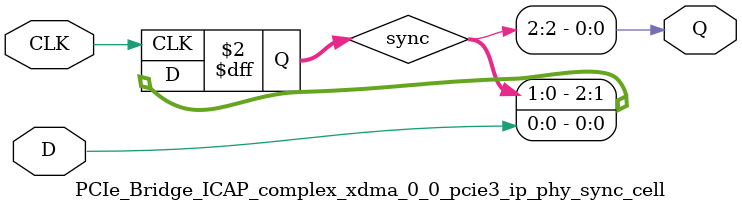
<source format=v>





`timescale 1ps / 1ps



//-------------------------------------------------------------------------------------------------
//  Synchronizer Library Module
//-------------------------------------------------------------------------------------------------
module PCIe_Bridge_ICAP_complex_xdma_0_0_pcie3_ip_phy_sync_cell #
(
    parameter integer STAGE = 2
)
(
    //-------------------------------------------------------------------------- 
    //  Input Ports
    //-------------------------------------------------------------------------- 
    input                               CLK,
    input                               D,
    
    //-------------------------------------------------------------------------- 
    //  Output Ports
    //-------------------------------------------------------------------------- 
    output                              Q
);

    //-------------------------------------------------------------------------- 
    //  Synchronized Signals
    //--------------------------------------------------------------------------  
    (* KEEP = "TRUE", ASYNC_REG = "TRUE", SHIFT_EXTRACT = "NO" *) reg [STAGE:0] sync;                                                            



//--------------------------------------------------------------------------------------------------
//  Synchronizier
//--------------------------------------------------------------------------------------------------
always @ (posedge CLK)
begin

    sync <= {sync[(STAGE-1):0], D};
            
end   



//--------------------------------------------------------------------------------------------------
//  Generate Output
//--------------------------------------------------------------------------------------------------
assign Q = sync[STAGE];


endmodule


</source>
